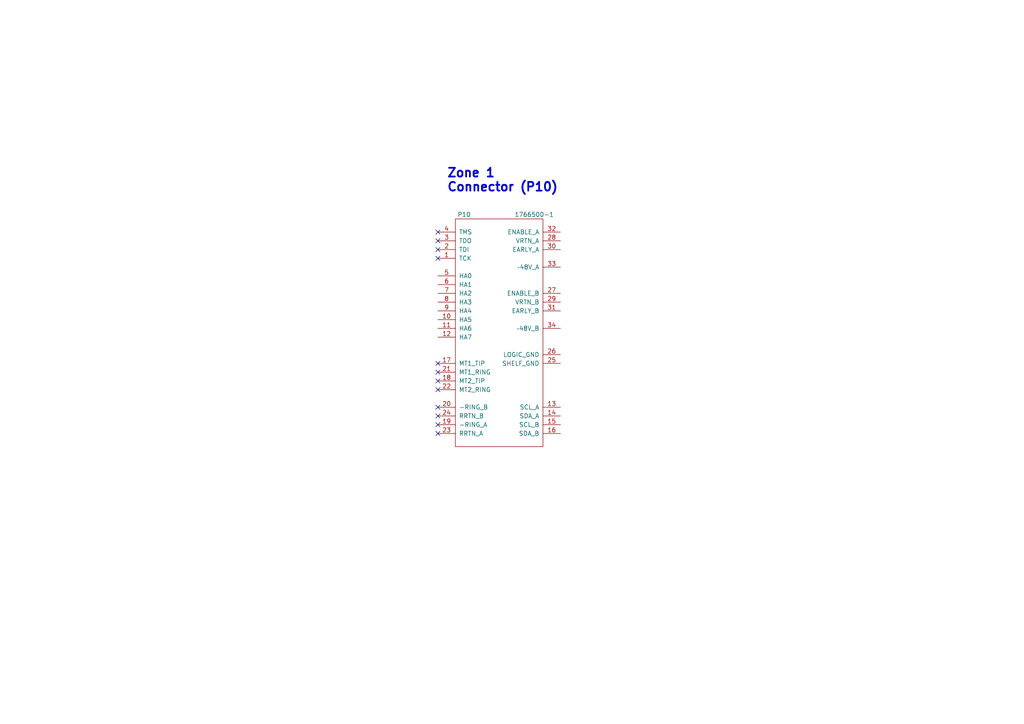
<source format=kicad_sch>
(kicad_sch (version 20230121) (generator eeschema)
  (paper "A4")
  (title_block (title "ATCA Simple Loopback HUB") (date "2023-09-12") (rev "1.0") (company "Karlsruhe Institute of Technology (KIT)") (comment 1 "Institute for Data Processing and Electronics (IPE)") (comment 2 "Luis Ardila") (comment 3 "IPE-380-06") (comment 4 "Licensed under CERN-OHL-P-2.0"))
  (lib_symbols
    (symbol "project:TE_176650X-1" (pin_names (offset 1.016))
      (property "Reference" "P10" (at -10.16 31.75 0))
      (property "Value" "1766500-1" (at 10.16 31.75 0))
      (symbol "TE_176650X-1_0_1"
        (rectangle (start 12.7 -35.56) (end -12.7 30.48))
      )
      (symbol "TE_176650X-1_1_1"
        (pin output line (at -17.78 19.05 0) (length 5.08) (name "TCK") (number "1"))
        (pin output line (at -17.78 1.27 0) (length 5.08) (name "HA5") (number "10"))
        (pin output line (at -17.78 -1.27 0) (length 5.08) (name "HA6") (number "11"))
        (pin output line (at -17.78 -3.81 0) (length 5.08) (name "HA7") (number "12"))
        (pin bidirectional line (at 17.78 -24.13 180) (length 5.08) (name "SCL_A") (number "13"))
        (pin bidirectional line (at 17.78 -26.67 180) (length 5.08) (name "SDA_A") (number "14"))
        (pin bidirectional line (at 17.78 -29.21 180) (length 5.08) (name "SCL_B") (number "15"))
        (pin bidirectional line (at 17.78 -31.75 180) (length 5.08) (name "SDA_B") (number "16"))
        (pin unspecified line (at -17.78 -11.43 0) (length 5.08) (name "MT1_TIP") (number "17"))
        (pin unspecified line (at -17.78 -16.51 0) (length 5.08) (name "MT2_TIP") (number "18"))
        (pin power_out line (at -17.78 -29.21 0) (length 5.08) (name "-RING_A") (number "19"))
        (pin output line (at -17.78 21.59 0) (length 5.08) (name "TDI") (number "2"))
        (pin power_out line (at -17.78 -24.13 0) (length 5.08) (name "-RING_B") (number "20"))
        (pin unspecified line (at -17.78 -13.97 0) (length 5.08) (name "MT1_RING") (number "21"))
        (pin unspecified line (at -17.78 -19.05 0) (length 5.08) (name "MT2_RING") (number "22"))
        (pin power_out line (at -17.78 -31.75 0) (length 5.08) (name "RRTN_A") (number "23"))
        (pin power_out line (at -17.78 -26.67 0) (length 5.08) (name "RRTN_B") (number "24"))
        (pin passive line (at 17.78 -11.43 180) (length 5.08) (name "SHELF_GND") (number "25"))
        (pin passive line (at 17.78 -8.89 180) (length 5.08) (name "LOGIC_GND") (number "26"))
        (pin input line (at 17.78 8.89 180) (length 5.08) (name "ENABLE_B") (number "27"))
        (pin power_out line (at 17.78 24.13 180) (length 5.08) (name "VRTN_A") (number "28"))
        (pin power_out line (at 17.78 6.35 180) (length 5.08) (name "VRTN_B") (number "29"))
        (pin input line (at -17.78 24.13 0) (length 5.08) (name "TDO") (number "3"))
        (pin power_out line (at 17.78 21.59 180) (length 5.08) (name "EARLY_A") (number "30"))
        (pin power_out line (at 17.78 3.81 180) (length 5.08) (name "EARLY_B") (number "31"))
        (pin input line (at 17.78 26.67 180) (length 5.08) (name "ENABLE_A") (number "32"))
        (pin power_out line (at 17.78 16.51 180) (length 5.08) (name "–48V_A") (number "33"))
        (pin power_out line (at 17.78 -1.27 180) (length 5.08) (name "–48V_B") (number "34"))
        (pin output line (at -17.78 26.67 0) (length 5.08) (name "TMS") (number "4"))
        (pin output line (at -17.78 13.97 0) (length 5.08) (name "HA0") (number "5"))
        (pin output line (at -17.78 11.43 0) (length 5.08) (name "HA1") (number "6"))
        (pin output line (at -17.78 8.89 0) (length 5.08) (name "HA2") (number "7"))
        (pin output line (at -17.78 6.35 0) (length 5.08) (name "HA3") (number "8"))
        (pin output line (at -17.78 3.81 0) (length 5.08) (name "HA4") (number "9"))
      )
    )
  )
  (no_connect (at 127 120.65))
  (no_connect (at 127 105.41))
  (no_connect (at 127 113.03))
  (no_connect (at 127 123.19))
  (no_connect (at 127 118.11))
  (no_connect (at 127 67.31))
  (no_connect (at 127 69.85))
  (no_connect (at 127 72.39))
  (no_connect (at 127 74.93))
  (no_connect (at 127 125.73))
  (no_connect (at 127 107.95))
  (no_connect (at 127 110.49))
  (text "Zone 1 \nConnector (P10)" (at 129.54 55.88 0) (effects (font (size 2.54 2.54) (thickness 0.508) bold) (justify left bottom)))
  (symbol (lib_id "project:TE_176650X-1") (at 144.78 93.98 0) (unit 1)
    (property "Reference" "P10" (at 134.62 62.23 0))
    (property "Value" "1766500-1" (at 154.94 62.23 0))
    (property "Footprint" "project:TE_1766500-1" (effects hide))
    (property "digikey#" "1766500-1-ND" (effects hide))
    (property "manf" "TE Connectivity" (effects hide))
    (property "manf#" "1766500-1" (effects hide))
    (property "stock" "Serenity: 10" (effects hide))
    (property "mouser#" "571-1766500-1" (effects hide))
  )
)
</source>
